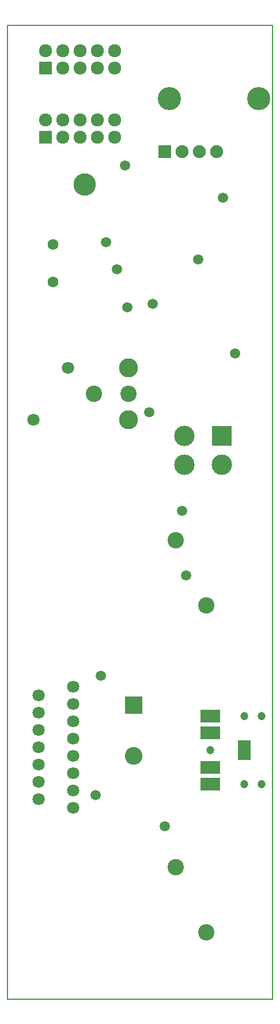
<source format=gbr>
G04 #@! TF.GenerationSoftware,KiCad,Pcbnew,(5.0.0-rc2-dev-311-g1dd4af297)*
G04 #@! TF.CreationDate,2018-05-15T09:42:03+02:00*
G04 #@! TF.ProjectId,resetUSB,72657365745553422E6B696361645F70,1.0*
G04 #@! TF.SameCoordinates,Original*
G04 #@! TF.FileFunction,Soldermask,Bot*
G04 #@! TF.FilePolarity,Negative*
%FSLAX46Y46*%
G04 Gerber Fmt 4.6, Leading zero omitted, Abs format (unit mm)*
G04 Created by KiCad (PCBNEW (5.0.0-rc2-dev-311-g1dd4af297)) date 05/15/18 09:42:03*
%MOMM*%
%LPD*%
G01*
G04 APERTURE LIST*
%ADD10C,0.200000*%
%ADD11C,2.400000*%
%ADD12C,1.800000*%
%ADD13C,2.800000*%
%ADD14R,2.600000X2.600000*%
%ADD15C,2.600000*%
%ADD16C,3.400000*%
%ADD17C,1.600000*%
%ADD18R,1.927200X1.927200*%
%ADD19O,1.927200X1.927200*%
%ADD20O,1.900000X1.900000*%
%ADD21R,1.900000X1.900000*%
%ADD22R,3.000000X3.000000*%
%ADD23C,3.000000*%
%ADD24C,3.300000*%
%ADD25C,1.200000*%
%ADD26R,2.900000X1.900000*%
%ADD27R,1.900000X2.900000*%
%ADD28C,1.500000*%
G04 APERTURE END LIST*
D10*
X46037500Y-161932500D02*
X46037500Y-18932500D01*
X85037500Y-161932500D02*
X46037500Y-161932500D01*
X85037500Y-18932500D02*
X85037500Y-161932500D01*
X46037500Y-18932500D02*
X85037500Y-18932500D01*
D11*
X75247500Y-104112500D03*
X70807500Y-94582500D03*
D12*
X49857500Y-76842500D03*
X54937500Y-69222500D03*
D11*
X58747500Y-73032500D03*
X63827500Y-73032500D03*
D13*
X63827500Y-76842500D03*
X63827500Y-69222500D03*
D14*
X64579500Y-118754500D03*
D15*
X64579500Y-126254500D03*
D11*
X70807500Y-142582500D03*
X75247500Y-152112500D03*
D16*
X83011500Y-29686500D03*
X69871500Y-29686500D03*
D17*
X52737500Y-56682500D03*
X52737500Y-51182500D03*
D18*
X51625500Y-25242500D03*
D19*
X51625500Y-22702500D03*
X54165500Y-25242500D03*
X54165500Y-22702500D03*
X56705500Y-25242500D03*
X56705500Y-22702500D03*
X59245500Y-25242500D03*
X59245500Y-22702500D03*
X61785500Y-25242500D03*
X61785500Y-22702500D03*
X61785500Y-32862500D03*
X61785500Y-35402500D03*
X59245500Y-32862500D03*
X59245500Y-35402500D03*
X56705500Y-32862500D03*
X56705500Y-35402500D03*
X54165500Y-32862500D03*
X54165500Y-35402500D03*
X51625500Y-32862500D03*
D18*
X51625500Y-35402500D03*
D20*
X76771500Y-37474500D03*
X74231500Y-37474500D03*
X71691500Y-37474500D03*
D21*
X69151500Y-37474500D03*
D22*
X77533500Y-79257500D03*
D23*
X77533500Y-83457500D03*
X72033500Y-79257500D03*
X72033500Y-83457500D03*
D24*
X57437500Y-42332500D03*
D25*
X83357500Y-130394500D03*
X83357500Y-120394500D03*
X80857500Y-130394500D03*
X80857500Y-120394500D03*
X75857500Y-125394500D03*
D26*
X75857500Y-130394500D03*
X75857500Y-120394500D03*
X75857500Y-127894500D03*
X75857500Y-122894500D03*
D27*
X80857500Y-125394500D03*
D12*
X50587500Y-124932500D03*
X50587500Y-127472500D03*
X50587500Y-130012500D03*
X50587500Y-132552500D03*
X50587500Y-122392500D03*
X50587500Y-119852500D03*
X50587500Y-117312500D03*
X55667500Y-133822500D03*
X55667500Y-131282500D03*
X55667500Y-128742500D03*
X55667500Y-126202500D03*
X55667500Y-123662500D03*
X55667500Y-121122500D03*
X55667500Y-118582500D03*
X55667500Y-116042500D03*
D28*
X60515499Y-50822977D03*
X63360300Y-39567100D03*
X77760359Y-44261041D03*
X74104500Y-53349500D03*
X69151500Y-136534500D03*
X58991500Y-131962500D03*
X59753500Y-114436500D03*
X63690500Y-60334500D03*
X72326500Y-99704500D03*
X71691500Y-90243000D03*
X62166500Y-54746500D03*
X67373500Y-59826500D03*
X66873500Y-75798500D03*
X79510000Y-67143200D03*
M02*

</source>
